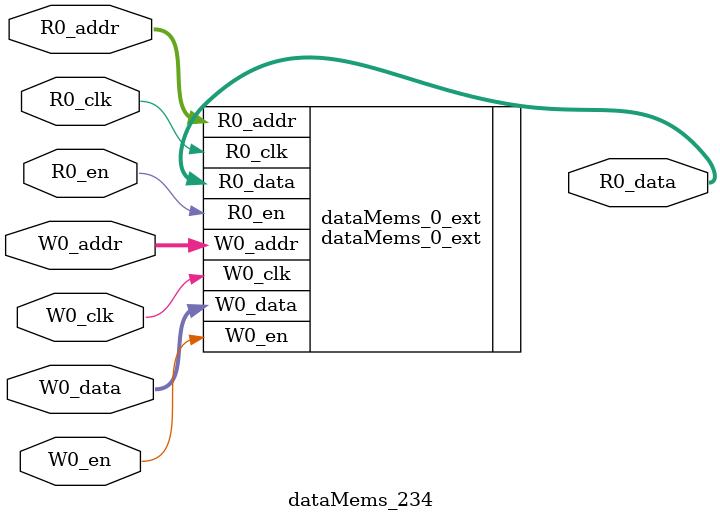
<source format=sv>
`ifndef RANDOMIZE
  `ifdef RANDOMIZE_REG_INIT
    `define RANDOMIZE
  `endif // RANDOMIZE_REG_INIT
`endif // not def RANDOMIZE
`ifndef RANDOMIZE
  `ifdef RANDOMIZE_MEM_INIT
    `define RANDOMIZE
  `endif // RANDOMIZE_MEM_INIT
`endif // not def RANDOMIZE

`ifndef RANDOM
  `define RANDOM $random
`endif // not def RANDOM

// Users can define 'PRINTF_COND' to add an extra gate to prints.
`ifndef PRINTF_COND_
  `ifdef PRINTF_COND
    `define PRINTF_COND_ (`PRINTF_COND)
  `else  // PRINTF_COND
    `define PRINTF_COND_ 1
  `endif // PRINTF_COND
`endif // not def PRINTF_COND_

// Users can define 'ASSERT_VERBOSE_COND' to add an extra gate to assert error printing.
`ifndef ASSERT_VERBOSE_COND_
  `ifdef ASSERT_VERBOSE_COND
    `define ASSERT_VERBOSE_COND_ (`ASSERT_VERBOSE_COND)
  `else  // ASSERT_VERBOSE_COND
    `define ASSERT_VERBOSE_COND_ 1
  `endif // ASSERT_VERBOSE_COND
`endif // not def ASSERT_VERBOSE_COND_

// Users can define 'STOP_COND' to add an extra gate to stop conditions.
`ifndef STOP_COND_
  `ifdef STOP_COND
    `define STOP_COND_ (`STOP_COND)
  `else  // STOP_COND
    `define STOP_COND_ 1
  `endif // STOP_COND
`endif // not def STOP_COND_

// Users can define INIT_RANDOM as general code that gets injected into the
// initializer block for modules with registers.
`ifndef INIT_RANDOM
  `define INIT_RANDOM
`endif // not def INIT_RANDOM

// If using random initialization, you can also define RANDOMIZE_DELAY to
// customize the delay used, otherwise 0.002 is used.
`ifndef RANDOMIZE_DELAY
  `define RANDOMIZE_DELAY 0.002
`endif // not def RANDOMIZE_DELAY

// Define INIT_RANDOM_PROLOG_ for use in our modules below.
`ifndef INIT_RANDOM_PROLOG_
  `ifdef RANDOMIZE
    `ifdef VERILATOR
      `define INIT_RANDOM_PROLOG_ `INIT_RANDOM
    `else  // VERILATOR
      `define INIT_RANDOM_PROLOG_ `INIT_RANDOM #`RANDOMIZE_DELAY begin end
    `endif // VERILATOR
  `else  // RANDOMIZE
    `define INIT_RANDOM_PROLOG_
  `endif // RANDOMIZE
`endif // not def INIT_RANDOM_PROLOG_

// Include register initializers in init blocks unless synthesis is set
`ifndef SYNTHESIS
  `ifndef ENABLE_INITIAL_REG_
    `define ENABLE_INITIAL_REG_
  `endif // not def ENABLE_INITIAL_REG_
`endif // not def SYNTHESIS

// Include rmemory initializers in init blocks unless synthesis is set
`ifndef SYNTHESIS
  `ifndef ENABLE_INITIAL_MEM_
    `define ENABLE_INITIAL_MEM_
  `endif // not def ENABLE_INITIAL_MEM_
`endif // not def SYNTHESIS

module dataMems_234(	// @[generators/ara/src/main/scala/UnsafeAXI4ToTL.scala:365:62]
  input  [4:0]   R0_addr,
  input          R0_en,
  input          R0_clk,
  output [130:0] R0_data,
  input  [4:0]   W0_addr,
  input          W0_en,
  input          W0_clk,
  input  [130:0] W0_data
);

  dataMems_0_ext dataMems_0_ext (	// @[generators/ara/src/main/scala/UnsafeAXI4ToTL.scala:365:62]
    .R0_addr (R0_addr),
    .R0_en   (R0_en),
    .R0_clk  (R0_clk),
    .R0_data (R0_data),
    .W0_addr (W0_addr),
    .W0_en   (W0_en),
    .W0_clk  (W0_clk),
    .W0_data (W0_data)
  );
endmodule


</source>
